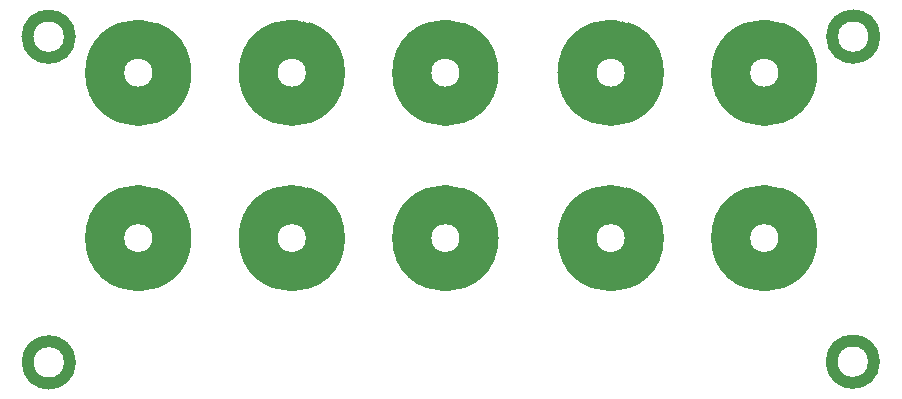
<source format=gbs>
G04 #@! TF.FileFunction,Soldermask,Bot*
%FSLAX46Y46*%
G04 Gerber Fmt 4.6, Leading zero omitted, Abs format (unit mm)*
G04 Created by KiCad (PCBNEW (2016-07-22 BZR 6991, Git 146a78a)-product) date 08/19/16 17:40:47*
%MOMM*%
%LPD*%
G01*
G04 APERTURE LIST*
%ADD10C,0.150000*%
%ADD11C,1.000000*%
%ADD12C,3.000000*%
%ADD13C,0.700000*%
%ADD14C,1.350000*%
G04 APERTURE END LIST*
D10*
D11*
X7016662Y-32150000D02*
G75*
G03X7016662Y-32150000I-1796662J0D01*
G01*
X7006662Y-4580000D02*
G75*
G03X7006662Y-4580000I-1796662J0D01*
G01*
X75130000Y-4570000D02*
G75*
G03X75130000Y-4570000I-1796662J0D01*
G01*
X75092758Y-32094890D02*
G75*
G03X75092758Y-32094890I-1796662J0D01*
G01*
D12*
X68460000Y-21630000D02*
G75*
G03X68460000Y-21630000I-2660000J0D01*
G01*
D13*
X68730000Y-19790000D02*
X68730000Y-23480000D01*
D14*
X69630000Y-21630000D02*
G75*
G03X69630000Y-21630000I-3830000J0D01*
G01*
D12*
X55460000Y-21630000D02*
G75*
G03X55460000Y-21630000I-2660000J0D01*
G01*
D13*
X55730000Y-19790000D02*
X55730000Y-23480000D01*
D14*
X56630000Y-21630000D02*
G75*
G03X56630000Y-21630000I-3830000J0D01*
G01*
D12*
X68460000Y-7630000D02*
G75*
G03X68460000Y-7630000I-2660000J0D01*
G01*
D13*
X68730000Y-5790000D02*
X68730000Y-9480000D01*
D14*
X69630000Y-7630000D02*
G75*
G03X69630000Y-7630000I-3830000J0D01*
G01*
D12*
X55460000Y-7630000D02*
G75*
G03X55460000Y-7630000I-2660000J0D01*
G01*
D13*
X55730000Y-5790000D02*
X55730000Y-9480000D01*
D14*
X56630000Y-7630000D02*
G75*
G03X56630000Y-7630000I-3830000J0D01*
G01*
D12*
X41460000Y-21630000D02*
G75*
G03X41460000Y-21630000I-2660000J0D01*
G01*
D13*
X41730000Y-19790000D02*
X41730000Y-23480000D01*
D14*
X42630000Y-21630000D02*
G75*
G03X42630000Y-21630000I-3830000J0D01*
G01*
D12*
X28460000Y-21630000D02*
G75*
G03X28460000Y-21630000I-2660000J0D01*
G01*
D13*
X28730000Y-19790000D02*
X28730000Y-23480000D01*
D14*
X29630000Y-21630000D02*
G75*
G03X29630000Y-21630000I-3830000J0D01*
G01*
D12*
X15460000Y-21630000D02*
G75*
G03X15460000Y-21630000I-2660000J0D01*
G01*
D13*
X15730000Y-19790000D02*
X15730000Y-23480000D01*
D14*
X16630000Y-21630000D02*
G75*
G03X16630000Y-21630000I-3830000J0D01*
G01*
D12*
X41460000Y-7630000D02*
G75*
G03X41460000Y-7630000I-2660000J0D01*
G01*
D13*
X41730000Y-5790000D02*
X41730000Y-9480000D01*
D14*
X42630000Y-7630000D02*
G75*
G03X42630000Y-7630000I-3830000J0D01*
G01*
D12*
X28460000Y-7630000D02*
G75*
G03X28460000Y-7630000I-2660000J0D01*
G01*
D13*
X28730000Y-5790000D02*
X28730000Y-9480000D01*
D14*
X29630000Y-7630000D02*
G75*
G03X29630000Y-7630000I-3830000J0D01*
G01*
D12*
X15460000Y-7630000D02*
G75*
G03X15460000Y-7630000I-2660000J0D01*
G01*
D13*
X15730000Y-5790000D02*
X15730000Y-9480000D01*
D14*
X16630000Y-7630000D02*
G75*
G03X16630000Y-7630000I-3830000J0D01*
G01*
M02*

</source>
